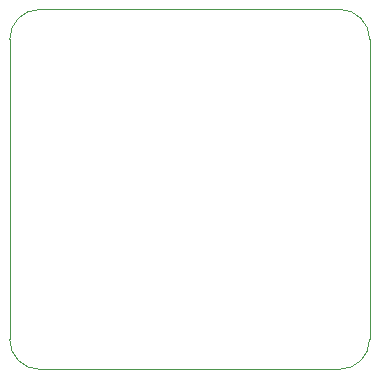
<source format=gko>
G04 #@! TF.FileFunction,Profile,NP*
%FSLAX46Y46*%
G04 Gerber Fmt 4.6, Leading zero omitted, Abs format (unit mm)*
G04 Created by KiCad (PCBNEW 4.0.7) date 09/22/19 21:58:39*
%MOMM*%
%LPD*%
G01*
G04 APERTURE LIST*
%ADD10C,0.100000*%
G04 APERTURE END LIST*
D10*
X160020000Y-100330000D02*
X160020000Y-74930000D01*
X187960000Y-102870000D02*
X162560000Y-102870000D01*
X190500000Y-74930000D02*
X190500000Y-100330000D01*
X162560000Y-72390000D02*
X187960000Y-72390000D01*
X160020000Y-100330000D02*
G75*
G03X162560000Y-102870000I2540000J0D01*
G01*
X187960000Y-102870000D02*
G75*
G03X190500000Y-100330000I0J2540000D01*
G01*
X190500000Y-74930000D02*
G75*
G03X187960000Y-72390000I-2540000J0D01*
G01*
X162560000Y-72390000D02*
G75*
G03X160020000Y-74930000I0J-2540000D01*
G01*
M02*

</source>
